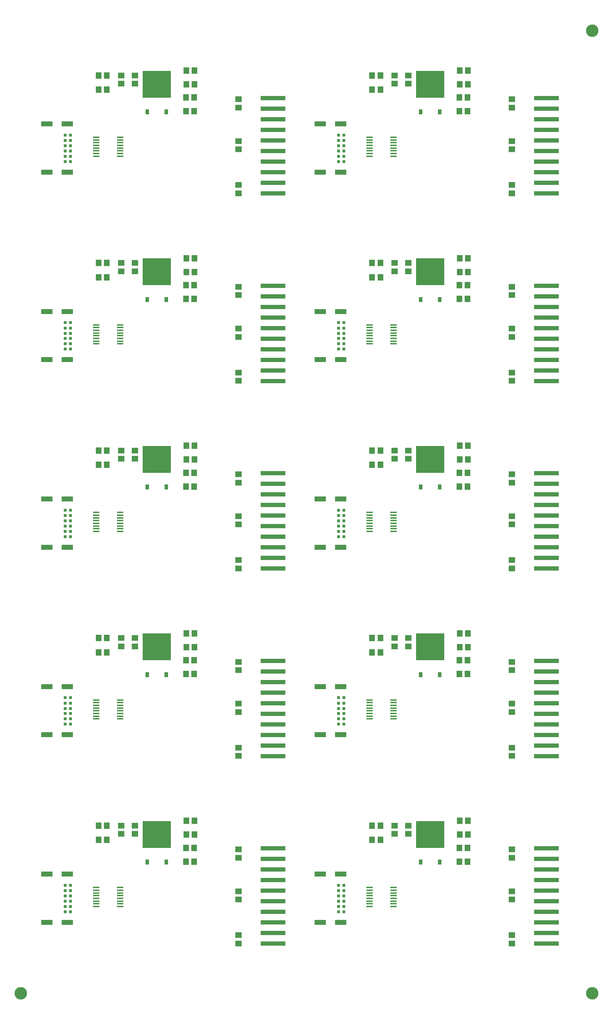
<source format=gbr>
%TF.GenerationSoftware,Altium Limited,Altium Designer,23.9.2 (47)*%
G04 Layer_Color=8421504*
%FSLAX45Y45*%
%MOMM*%
%TF.SameCoordinates,AD479AB8-1AF9-481E-9C01-A3E3F564F201*%
%TF.FilePolarity,Positive*%
%TF.FileFunction,Paste,Top*%
%TF.Part,CustomerPanel*%
G01*
G75*
%TA.AperFunction,SMDPad,CuDef*%
%ADD10C,3.00000*%
%ADD11R,6.00000X1.00000*%
%TA.AperFunction,BGAPad,CuDef*%
%ADD12R,0.80000X0.80000*%
%TA.AperFunction,ConnectorPad*%
%ADD13R,2.70000X1.20000*%
%TA.AperFunction,SMDPad,CuDef*%
%ADD14R,6.73100X6.50240*%
%ADD15R,0.88900X1.21920*%
%ADD16R,1.50000X1.40000*%
%ADD17R,1.40000X1.50000*%
G04:AMPARAMS|DCode=18|XSize=1.57mm|YSize=0.41mm|CornerRadius=0.05125mm|HoleSize=0mm|Usage=FLASHONLY|Rotation=180.000|XOffset=0mm|YOffset=0mm|HoleType=Round|Shape=RoundedRectangle|*
%AMROUNDEDRECTD18*
21,1,1.57000,0.30750,0,0,180.0*
21,1,1.46750,0.41000,0,0,180.0*
1,1,0.10250,-0.73375,0.15375*
1,1,0.10250,0.73375,0.15375*
1,1,0.10250,0.73375,-0.15375*
1,1,0.10250,-0.73375,-0.15375*
%
%ADD18ROUNDEDRECTD18*%
D10*
X20948286Y30797501D02*
D03*
Y7696200D02*
D03*
X7213600D02*
D03*
D11*
X13271500Y11176000D02*
D03*
Y10922000D02*
D03*
Y10668000D02*
D03*
Y10414000D02*
D03*
Y10160000D02*
D03*
Y9906000D02*
D03*
Y9652000D02*
D03*
Y9398000D02*
D03*
Y9144000D02*
D03*
Y8890000D02*
D03*
X19842101Y11176000D02*
D03*
Y10922000D02*
D03*
Y10668000D02*
D03*
Y10414000D02*
D03*
Y10160000D02*
D03*
Y9906000D02*
D03*
Y9652000D02*
D03*
Y9398000D02*
D03*
Y9144000D02*
D03*
Y8890000D02*
D03*
X13271500Y15676500D02*
D03*
Y15422501D02*
D03*
Y15168500D02*
D03*
Y14914500D02*
D03*
Y14660500D02*
D03*
Y14406500D02*
D03*
Y14152499D02*
D03*
Y13898500D02*
D03*
Y13644501D02*
D03*
Y13390500D02*
D03*
X19842101Y15676500D02*
D03*
Y15422501D02*
D03*
Y15168500D02*
D03*
Y14914500D02*
D03*
Y14660500D02*
D03*
Y14406500D02*
D03*
Y14152499D02*
D03*
Y13898500D02*
D03*
Y13644501D02*
D03*
Y13390500D02*
D03*
X13271500Y20177000D02*
D03*
Y19923000D02*
D03*
Y19669000D02*
D03*
Y19414999D02*
D03*
Y19161000D02*
D03*
Y18907001D02*
D03*
Y18653000D02*
D03*
Y18399001D02*
D03*
Y18145000D02*
D03*
Y17891000D02*
D03*
X19842101Y20177000D02*
D03*
Y19923000D02*
D03*
Y19669000D02*
D03*
Y19414999D02*
D03*
Y19161000D02*
D03*
Y18907001D02*
D03*
Y18653000D02*
D03*
Y18399001D02*
D03*
Y18145000D02*
D03*
Y17891000D02*
D03*
X13271500Y24677499D02*
D03*
Y24423500D02*
D03*
Y24169501D02*
D03*
Y23915500D02*
D03*
Y23661501D02*
D03*
Y23407500D02*
D03*
Y23153500D02*
D03*
Y22899500D02*
D03*
Y22645500D02*
D03*
Y22391499D02*
D03*
X19842101Y24677499D02*
D03*
Y24423500D02*
D03*
Y24169501D02*
D03*
Y23915500D02*
D03*
Y23661501D02*
D03*
Y23407500D02*
D03*
Y23153500D02*
D03*
Y22899500D02*
D03*
Y22645500D02*
D03*
Y22391499D02*
D03*
X13271500Y29178000D02*
D03*
Y28923999D02*
D03*
Y28670001D02*
D03*
Y28416000D02*
D03*
Y28162000D02*
D03*
Y27907999D02*
D03*
Y27654001D02*
D03*
Y27400000D02*
D03*
Y27145999D02*
D03*
Y26892001D02*
D03*
X19842101Y29178000D02*
D03*
Y28923999D02*
D03*
Y28670001D02*
D03*
Y28416000D02*
D03*
Y28162000D02*
D03*
Y27907999D02*
D03*
Y27654001D02*
D03*
Y27400000D02*
D03*
Y27145999D02*
D03*
Y26892001D02*
D03*
D12*
X8405669Y10290146D02*
D03*
Y10160000D02*
D03*
X8408644Y10033000D02*
D03*
Y9909146D02*
D03*
X8407400Y9782146D02*
D03*
Y9655146D02*
D03*
X8280400Y10290146D02*
D03*
Y10160000D02*
D03*
Y10033000D02*
D03*
Y9909146D02*
D03*
Y9782146D02*
D03*
Y9655146D02*
D03*
X14976270Y10290146D02*
D03*
Y10160000D02*
D03*
X14979243Y10033000D02*
D03*
Y9909146D02*
D03*
X14978000Y9782146D02*
D03*
Y9655146D02*
D03*
X14850999Y10290146D02*
D03*
Y10160000D02*
D03*
Y10033000D02*
D03*
Y9909146D02*
D03*
Y9782146D02*
D03*
Y9655146D02*
D03*
X8405669Y14790646D02*
D03*
Y14660500D02*
D03*
X8408644Y14533501D02*
D03*
Y14409647D02*
D03*
X8407400Y14282646D02*
D03*
Y14155646D02*
D03*
X8280400Y14790646D02*
D03*
Y14660500D02*
D03*
Y14533501D02*
D03*
Y14409647D02*
D03*
Y14282646D02*
D03*
Y14155646D02*
D03*
X14976270Y14790646D02*
D03*
Y14660500D02*
D03*
X14979243Y14533501D02*
D03*
Y14409647D02*
D03*
X14978000Y14282646D02*
D03*
Y14155646D02*
D03*
X14850999Y14790646D02*
D03*
Y14660500D02*
D03*
Y14533501D02*
D03*
Y14409647D02*
D03*
Y14282646D02*
D03*
Y14155646D02*
D03*
X8405669Y19291145D02*
D03*
Y19161000D02*
D03*
X8408644Y19034000D02*
D03*
Y18910146D02*
D03*
X8407400Y18783147D02*
D03*
Y18656146D02*
D03*
X8280400Y19291145D02*
D03*
Y19161000D02*
D03*
Y19034000D02*
D03*
Y18910146D02*
D03*
Y18783147D02*
D03*
Y18656146D02*
D03*
X14976270Y19291145D02*
D03*
Y19161000D02*
D03*
X14979243Y19034000D02*
D03*
Y18910146D02*
D03*
X14978000Y18783147D02*
D03*
Y18656146D02*
D03*
X14850999Y19291145D02*
D03*
Y19161000D02*
D03*
Y19034000D02*
D03*
Y18910146D02*
D03*
Y18783147D02*
D03*
Y18656146D02*
D03*
X8405669Y23791646D02*
D03*
Y23661501D02*
D03*
X8408644Y23534500D02*
D03*
Y23410646D02*
D03*
X8407400Y23283646D02*
D03*
Y23156647D02*
D03*
X8280400Y23791646D02*
D03*
Y23661501D02*
D03*
Y23534500D02*
D03*
Y23410646D02*
D03*
Y23283646D02*
D03*
Y23156647D02*
D03*
X14976270Y23791646D02*
D03*
Y23661501D02*
D03*
X14979243Y23534500D02*
D03*
Y23410646D02*
D03*
X14978000Y23283646D02*
D03*
Y23156647D02*
D03*
X14850999Y23791646D02*
D03*
Y23661501D02*
D03*
Y23534500D02*
D03*
Y23410646D02*
D03*
Y23283646D02*
D03*
Y23156647D02*
D03*
X8405669Y28292145D02*
D03*
Y28162000D02*
D03*
X8408644Y28035001D02*
D03*
Y27911145D02*
D03*
X8407400Y27784146D02*
D03*
Y27657147D02*
D03*
X8280400Y28292145D02*
D03*
Y28162000D02*
D03*
Y28035001D02*
D03*
Y27911145D02*
D03*
Y27784146D02*
D03*
Y27657147D02*
D03*
X14976270Y28292145D02*
D03*
Y28162000D02*
D03*
X14979243Y28035001D02*
D03*
Y27911145D02*
D03*
X14978000Y27784146D02*
D03*
Y27657147D02*
D03*
X14850999Y28292145D02*
D03*
Y28162000D02*
D03*
Y28035001D02*
D03*
Y27911145D02*
D03*
Y27784146D02*
D03*
Y27657147D02*
D03*
D13*
X8325900Y10556846D02*
D03*
X7835900D02*
D03*
X8325900Y9401146D02*
D03*
X7835900D02*
D03*
X14896500Y10556846D02*
D03*
X14406500D02*
D03*
X14896500Y9401146D02*
D03*
X14406500D02*
D03*
X8325900Y15057346D02*
D03*
X7835900D02*
D03*
X8325900Y13901646D02*
D03*
X7835900D02*
D03*
X14896500Y15057346D02*
D03*
X14406500D02*
D03*
X14896500Y13901646D02*
D03*
X14406500D02*
D03*
X8325900Y19557846D02*
D03*
X7835900D02*
D03*
X8325900Y18402145D02*
D03*
X7835900D02*
D03*
X14896500Y19557846D02*
D03*
X14406500D02*
D03*
X14896500Y18402145D02*
D03*
X14406500D02*
D03*
X8325900Y24058347D02*
D03*
X7835900D02*
D03*
X8325900Y22902646D02*
D03*
X7835900D02*
D03*
X14896500Y24058347D02*
D03*
X14406500D02*
D03*
X14896500Y22902646D02*
D03*
X14406500D02*
D03*
X8325900Y28558847D02*
D03*
X7835900D02*
D03*
X8325900Y27403146D02*
D03*
X7835900D02*
D03*
X14896500Y28558847D02*
D03*
X14406500D02*
D03*
X14896500Y27403146D02*
D03*
X14406500D02*
D03*
D14*
X10477500Y11508740D02*
D03*
X17048100D02*
D03*
X10477500Y16009241D02*
D03*
X17048100D02*
D03*
X10477500Y20509740D02*
D03*
X17048100D02*
D03*
X10477500Y25010240D02*
D03*
X17048100D02*
D03*
X10477500Y29510739D02*
D03*
X17048100D02*
D03*
D15*
X10706100Y10843260D02*
D03*
X10248900D02*
D03*
X17276700D02*
D03*
X16819501D02*
D03*
X10706100Y15343761D02*
D03*
X10248900D02*
D03*
X17276700D02*
D03*
X16819501D02*
D03*
X10706100Y19844260D02*
D03*
X10248900D02*
D03*
X17276700D02*
D03*
X16819501D02*
D03*
X10706100Y24344760D02*
D03*
X10248900D02*
D03*
X17276700D02*
D03*
X16819501D02*
D03*
X10706100Y28845261D02*
D03*
X10248900D02*
D03*
X17276700D02*
D03*
X16819501D02*
D03*
D16*
X9956800Y11720500D02*
D03*
Y11520500D02*
D03*
X9626600Y11720500D02*
D03*
Y11520500D02*
D03*
X12446000Y8891600D02*
D03*
Y9091600D02*
D03*
Y10145700D02*
D03*
Y9945700D02*
D03*
Y10949000D02*
D03*
Y11149000D02*
D03*
X16527400Y11720500D02*
D03*
Y11520500D02*
D03*
X16197200Y11720500D02*
D03*
Y11520500D02*
D03*
X19016600Y8891600D02*
D03*
Y9091600D02*
D03*
Y10145700D02*
D03*
Y9945700D02*
D03*
Y10949000D02*
D03*
Y11149000D02*
D03*
X9956800Y16221001D02*
D03*
Y16021001D02*
D03*
X9626600Y16221001D02*
D03*
Y16021001D02*
D03*
X12446000Y13392101D02*
D03*
Y13592101D02*
D03*
Y14646201D02*
D03*
Y14446201D02*
D03*
Y15449500D02*
D03*
Y15649500D02*
D03*
X16527400Y16221001D02*
D03*
Y16021001D02*
D03*
X16197200Y16221001D02*
D03*
Y16021001D02*
D03*
X19016600Y13392101D02*
D03*
Y13592101D02*
D03*
Y14646201D02*
D03*
Y14446201D02*
D03*
Y15449500D02*
D03*
Y15649500D02*
D03*
X9956800Y20721500D02*
D03*
Y20521500D02*
D03*
X9626600Y20721500D02*
D03*
Y20521500D02*
D03*
X12446000Y17892599D02*
D03*
Y18092599D02*
D03*
Y19146700D02*
D03*
Y18946700D02*
D03*
Y19950000D02*
D03*
Y20150000D02*
D03*
X16527400Y20721500D02*
D03*
Y20521500D02*
D03*
X16197200Y20721500D02*
D03*
Y20521500D02*
D03*
X19016600Y17892599D02*
D03*
Y18092599D02*
D03*
Y19146700D02*
D03*
Y18946700D02*
D03*
Y19950000D02*
D03*
Y20150000D02*
D03*
X9956800Y25222000D02*
D03*
Y25022000D02*
D03*
X9626600Y25222000D02*
D03*
Y25022000D02*
D03*
X12446000Y22393100D02*
D03*
Y22593100D02*
D03*
Y23647200D02*
D03*
Y23447200D02*
D03*
Y24450500D02*
D03*
Y24650500D02*
D03*
X16527400Y25222000D02*
D03*
Y25022000D02*
D03*
X16197200Y25222000D02*
D03*
Y25022000D02*
D03*
X19016600Y22393100D02*
D03*
Y22593100D02*
D03*
Y23647200D02*
D03*
Y23447200D02*
D03*
Y24450500D02*
D03*
Y24650500D02*
D03*
X9956800Y29722501D02*
D03*
Y29522501D02*
D03*
X9626600Y29722501D02*
D03*
Y29522501D02*
D03*
X12446000Y26893600D02*
D03*
Y27093600D02*
D03*
Y28147699D02*
D03*
Y27947699D02*
D03*
Y28951001D02*
D03*
Y29151001D02*
D03*
X16527400Y29722501D02*
D03*
Y29522501D02*
D03*
X16197200Y29722501D02*
D03*
Y29522501D02*
D03*
X19016600Y26893600D02*
D03*
Y27093600D02*
D03*
Y28147699D02*
D03*
Y27947699D02*
D03*
Y28951001D02*
D03*
Y29151001D02*
D03*
D17*
X9082100Y11720500D02*
D03*
X9282100D02*
D03*
X9082100Y11379200D02*
D03*
X9282100D02*
D03*
X11179200Y10858500D02*
D03*
X11379200D02*
D03*
Y11188700D02*
D03*
X11179200D02*
D03*
X11188700Y11506200D02*
D03*
X11388700D02*
D03*
X11188700Y11836400D02*
D03*
X11388700D02*
D03*
X15652699Y11720500D02*
D03*
X15852699D02*
D03*
X15652699Y11379200D02*
D03*
X15852699D02*
D03*
X17749800Y10858500D02*
D03*
X17949800D02*
D03*
Y11188700D02*
D03*
X17749800D02*
D03*
X17759300Y11506200D02*
D03*
X17959300D02*
D03*
X17759300Y11836400D02*
D03*
X17959300D02*
D03*
X9082100Y16221001D02*
D03*
X9282100D02*
D03*
X9082100Y15879700D02*
D03*
X9282100D02*
D03*
X11179200Y15359000D02*
D03*
X11379200D02*
D03*
Y15689200D02*
D03*
X11179200D02*
D03*
X11188700Y16006700D02*
D03*
X11388700D02*
D03*
X11188700Y16336900D02*
D03*
X11388700D02*
D03*
X15652699Y16221001D02*
D03*
X15852699D02*
D03*
X15652699Y15879700D02*
D03*
X15852699D02*
D03*
X17749800Y15359000D02*
D03*
X17949800D02*
D03*
Y15689200D02*
D03*
X17749800D02*
D03*
X17759300Y16006700D02*
D03*
X17959300D02*
D03*
X17759300Y16336900D02*
D03*
X17959300D02*
D03*
X9082100Y20721500D02*
D03*
X9282100D02*
D03*
X9082100Y20380200D02*
D03*
X9282100D02*
D03*
X11179200Y19859500D02*
D03*
X11379200D02*
D03*
Y20189700D02*
D03*
X11179200D02*
D03*
X11188700Y20507201D02*
D03*
X11388700D02*
D03*
X11188700Y20837399D02*
D03*
X11388700D02*
D03*
X15652699Y20721500D02*
D03*
X15852699D02*
D03*
X15652699Y20380200D02*
D03*
X15852699D02*
D03*
X17749800Y19859500D02*
D03*
X17949800D02*
D03*
Y20189700D02*
D03*
X17749800D02*
D03*
X17759300Y20507201D02*
D03*
X17959300D02*
D03*
X17759300Y20837399D02*
D03*
X17959300D02*
D03*
X9082100Y25222000D02*
D03*
X9282100D02*
D03*
X9082100Y24880701D02*
D03*
X9282100D02*
D03*
X11179200Y24360001D02*
D03*
X11379200D02*
D03*
Y24690199D02*
D03*
X11179200D02*
D03*
X11188700Y25007700D02*
D03*
X11388700D02*
D03*
X11188700Y25337900D02*
D03*
X11388700D02*
D03*
X15652699Y25222000D02*
D03*
X15852699D02*
D03*
X15652699Y24880701D02*
D03*
X15852699D02*
D03*
X17749800Y24360001D02*
D03*
X17949800D02*
D03*
Y24690199D02*
D03*
X17749800D02*
D03*
X17759300Y25007700D02*
D03*
X17959300D02*
D03*
X17759300Y25337900D02*
D03*
X17959300D02*
D03*
X9082100Y29722501D02*
D03*
X9282100D02*
D03*
X9082100Y29381201D02*
D03*
X9282100D02*
D03*
X11179200Y28860501D02*
D03*
X11379200D02*
D03*
Y29190701D02*
D03*
X11179200D02*
D03*
X11188700Y29508200D02*
D03*
X11388700D02*
D03*
X11188700Y29838400D02*
D03*
X11388700D02*
D03*
X15652699Y29722501D02*
D03*
X15852699D02*
D03*
X15652699Y29381201D02*
D03*
X15852699D02*
D03*
X17749800Y28860501D02*
D03*
X17949800D02*
D03*
Y29190701D02*
D03*
X17749800D02*
D03*
X17759300Y29508200D02*
D03*
X17959300D02*
D03*
X17759300Y29838400D02*
D03*
X17959300D02*
D03*
D18*
X9022100Y9975100D02*
D03*
Y10040100D02*
D03*
X9596100Y10235100D02*
D03*
Y10170100D02*
D03*
Y10105100D02*
D03*
Y10040100D02*
D03*
Y9975100D02*
D03*
Y9910100D02*
D03*
Y9845100D02*
D03*
Y9780100D02*
D03*
X9022100Y10235100D02*
D03*
Y10170100D02*
D03*
Y10105100D02*
D03*
Y9910100D02*
D03*
Y9845100D02*
D03*
Y9780100D02*
D03*
X15592700Y9975100D02*
D03*
Y10040100D02*
D03*
X16166701Y10235100D02*
D03*
Y10170100D02*
D03*
Y10105100D02*
D03*
Y10040100D02*
D03*
Y9975100D02*
D03*
Y9910100D02*
D03*
Y9845100D02*
D03*
Y9780100D02*
D03*
X15592700Y10235100D02*
D03*
Y10170100D02*
D03*
Y10105100D02*
D03*
Y9910100D02*
D03*
Y9845100D02*
D03*
Y9780100D02*
D03*
X9022100Y14475600D02*
D03*
Y14540601D02*
D03*
X9596100Y14735600D02*
D03*
Y14670599D02*
D03*
Y14605600D02*
D03*
Y14540601D02*
D03*
Y14475600D02*
D03*
Y14410600D02*
D03*
Y14345599D02*
D03*
Y14280600D02*
D03*
X9022100Y14735600D02*
D03*
Y14670599D02*
D03*
Y14605600D02*
D03*
Y14410600D02*
D03*
Y14345599D02*
D03*
Y14280600D02*
D03*
X15592700Y14475600D02*
D03*
Y14540601D02*
D03*
X16166701Y14735600D02*
D03*
Y14670599D02*
D03*
Y14605600D02*
D03*
Y14540601D02*
D03*
Y14475600D02*
D03*
Y14410600D02*
D03*
Y14345599D02*
D03*
Y14280600D02*
D03*
X15592700Y14735600D02*
D03*
Y14670599D02*
D03*
Y14605600D02*
D03*
Y14410600D02*
D03*
Y14345599D02*
D03*
Y14280600D02*
D03*
X9022100Y18976100D02*
D03*
Y19041100D02*
D03*
X9596100Y19236099D02*
D03*
Y19171100D02*
D03*
Y19106100D02*
D03*
Y19041100D02*
D03*
Y18976100D02*
D03*
Y18911099D02*
D03*
Y18846100D02*
D03*
Y18781100D02*
D03*
X9022100Y19236099D02*
D03*
Y19171100D02*
D03*
Y19106100D02*
D03*
Y18911099D02*
D03*
Y18846100D02*
D03*
Y18781100D02*
D03*
X15592700Y18976100D02*
D03*
Y19041100D02*
D03*
X16166701Y19236099D02*
D03*
Y19171100D02*
D03*
Y19106100D02*
D03*
Y19041100D02*
D03*
Y18976100D02*
D03*
Y18911099D02*
D03*
Y18846100D02*
D03*
Y18781100D02*
D03*
X15592700Y19236099D02*
D03*
Y19171100D02*
D03*
Y19106100D02*
D03*
Y18911099D02*
D03*
Y18846100D02*
D03*
Y18781100D02*
D03*
X9022100Y23476601D02*
D03*
Y23541600D02*
D03*
X9596100Y23736600D02*
D03*
Y23671600D02*
D03*
Y23606599D02*
D03*
Y23541600D02*
D03*
Y23476601D02*
D03*
Y23411600D02*
D03*
Y23346600D02*
D03*
Y23281599D02*
D03*
X9022100Y23736600D02*
D03*
Y23671600D02*
D03*
Y23606599D02*
D03*
Y23411600D02*
D03*
Y23346600D02*
D03*
Y23281599D02*
D03*
X15592700Y23476601D02*
D03*
Y23541600D02*
D03*
X16166701Y23736600D02*
D03*
Y23671600D02*
D03*
Y23606599D02*
D03*
Y23541600D02*
D03*
Y23476601D02*
D03*
Y23411600D02*
D03*
Y23346600D02*
D03*
Y23281599D02*
D03*
X15592700Y23736600D02*
D03*
Y23671600D02*
D03*
Y23606599D02*
D03*
Y23411600D02*
D03*
Y23346600D02*
D03*
Y23281599D02*
D03*
X9022100Y27977100D02*
D03*
Y28042099D02*
D03*
X9596100Y28237100D02*
D03*
Y28172101D02*
D03*
Y28107101D02*
D03*
Y28042099D02*
D03*
Y27977100D02*
D03*
Y27912100D02*
D03*
Y27847101D02*
D03*
Y27782101D02*
D03*
X9022100Y28237100D02*
D03*
Y28172101D02*
D03*
Y28107101D02*
D03*
Y27912100D02*
D03*
Y27847101D02*
D03*
Y27782101D02*
D03*
X15592700Y27977100D02*
D03*
Y28042099D02*
D03*
X16166701Y28237100D02*
D03*
Y28172101D02*
D03*
Y28107101D02*
D03*
Y28042099D02*
D03*
Y27977100D02*
D03*
Y27912100D02*
D03*
Y27847101D02*
D03*
Y27782101D02*
D03*
X15592700Y28237100D02*
D03*
Y28172101D02*
D03*
Y28107101D02*
D03*
Y27912100D02*
D03*
Y27847101D02*
D03*
Y27782101D02*
D03*
%TF.MD5,c4df60269fba51ed01c728c8440ab2fc*%
M02*

</source>
